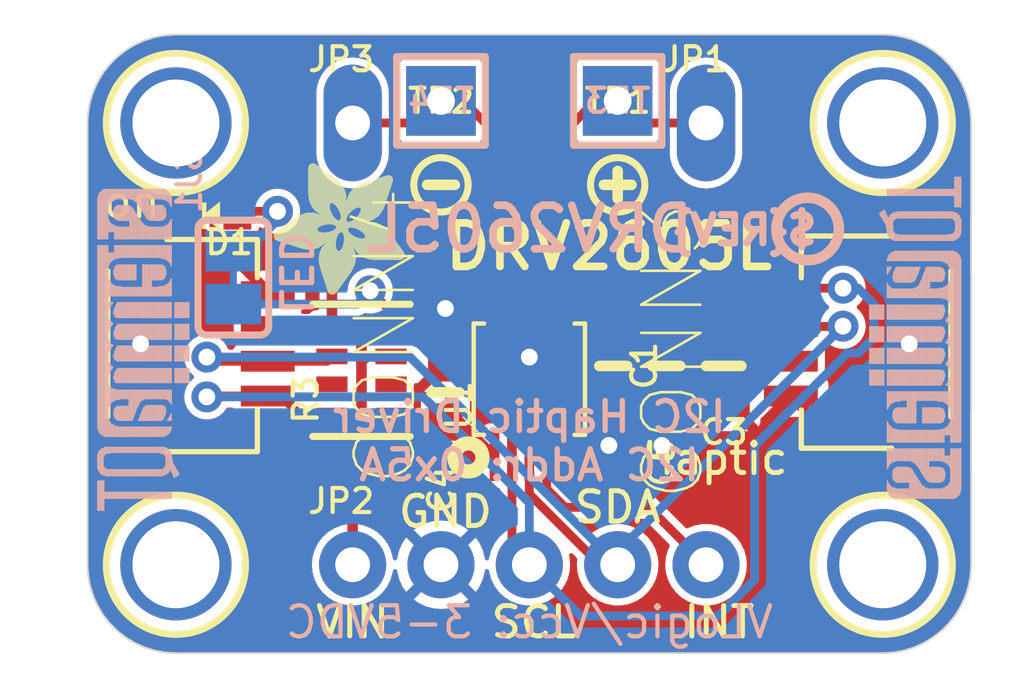
<source format=kicad_pcb>
(kicad_pcb (version 20221018) (generator pcbnew)
  (layers (0 "F.Cu" signal) (31 "B.Cu" signal) (34 "B.Paste" user) (35 "F.Paste" user) (36 "B.SilkS" user "B.Silkscreen") (37 "F.SilkS" user "F.Silkscreen") (38 "B.Mask" user) (39 "F.Mask" user) (44 "Edge.Cuts" user))
  (net 0 "")
  (net 1 "GND")
  (net 2 "SDA")
  (net 3 "SCL")
  (net 4 "VCC")
  (net 5 "N$1")
  (net 6 "OUT+")
  (net 7 "OUT-")
  (net 8 "N$5")
  (net 9 "IN/TRIG")
  (net 10 "N$2")
  (footprint "working:0603-NO" (layer "F.Cu") (at 150.9141 105.6386 -90)
    (fp_text reference "C1" (at -0.762 -0.889 90) (layer "F.SilkS") (effects (font (size 0.692831 0.692831) (thickness 0.119969)) (justify right)))
    (fp_text value "0.1uF")
    (pad "1" smd rect (at -0.85 0 270) (size 1.075 1) (layers "F.Cu" "F.Paste" "F.Mask") (net 4 "VCC"))
    (pad "2" smd rect (at 0.85 0 270) (size 1.075 1) (layers "F.Cu" "F.Paste" "F.Mask") (net 1 "GND"))
  )
  (footprint "working:0805-NO" (layer "F.Cu") (at 154.0891 105.6386 -90)
    (fp_text reference "C3" (at 1.905 -0.762) (layer "F.SilkS") (effects (font (size 0.692831 0.692831) (thickness 0.119969)) (justify right)))
    (fp_text value "10uF")
    (pad "1" smd rect (at -0.95 0 270) (size 1.24 1.5) (layers "F.Cu" "F.Paste" "F.Mask") (net 4 "VCC"))
    (pad "2" smd rect (at 0.95 0 270) (size 1.24 1.5) (layers "F.Cu" "F.Paste" "F.Mask") (net 1 "GND"))
  )
  (footprint "working:FIDUCIAL_1MM" (layer "F.Cu") (at 141.6431 108.9406)
    (fp_text reference "FID3" hide)
    (fp_text value "FIDUCIAL_1MM" hide)
    (pad "1" smd roundrect (at 0 0) (size 1 1) (layers "F.Cu" "F.Mask") (roundrect_rratio 0.5))
  )
  (footprint "working:JST_SH4" (layer "F.Cu") (at 158.5341 105.0036 90)
    (fp_text reference "CONN3" (at -4.6 -5.9 90) (layer "F.SilkS") (effects (font (size 1.703222 1.703222) (thickness 0.074778)) (justify left)))
    (fp_text value "STEMMA_I2C_QT" hide)
    (pad "1" smd rect (at -1.5 -2.514 180) (size 1.55 0.6) (layers "F.Cu" "F.Paste" "F.Mask") (net 1 "GND"))
    (pad "2" smd rect (at -0.5 -2.514 180) (size 1.55 0.6) (layers "F.Cu" "F.Paste" "F.Mask") (net 4 "VCC"))
    (pad "3" smd rect (at 0.5 -2.514 180) (size 1.55 0.6) (layers "F.Cu" "F.Paste" "F.Mask") (net 2 "SDA"))
    (pad "4" smd rect (at 1.5 -2.514 180) (size 1.55 0.6) (layers "F.Cu" "F.Paste" "F.Mask") (net 3 "SCL"))
    (pad "MT1" smd rect (at -2.8 1.386 180) (size 1.8 1.2) (layers "F.Cu" "F.Paste" "F.Mask") (net 1 "GND"))
    (pad "MT2" smd rect (at 2.8 1.386 180) (size 1.8 1.2) (layers "F.Cu" "F.Paste" "F.Mask") (net 1 "GND"))
  )
  (footprint "working:0603-NO" (layer "F.Cu") (at 152.4381 105.6386 -90)
    (fp_text reference "C5" (at 2.032 0.127 90) (layer "F.SilkS") (effects (font (size 0.692831 0.692831) (thickness 0.119969)) (justify right)))
    (fp_text value "1uF")
    (pad "1" smd rect (at -0.85 0 270) (size 1.075 1) (layers "F.Cu" "F.Paste" "F.Mask") (net 4 "VCC"))
    (pad "2" smd rect (at 0.85 0 270) (size 1.075 1) (layers "F.Cu" "F.Paste" "F.Mask") (net 1 "GND"))
  )
  (footprint "working:TESTPOINT_PAD_2MM" (layer "F.Cu") (at 151.0411 98.0186)
    (fp_text reference "TP1" (at -1.016 0) (layer "F.SilkS") (effects (font (size 0.692831 0.692831) (thickness 0.119969)) (justify left)))
    (fp_text value "")
    (pad "P$1" smd rect (at 0 0) (size 2 2) (layers "F.Cu" "F.Mask") (net 6 "OUT+"))
  )
  (footprint "working:MOUNTINGHOLE_2.5_PLATED" (layer "F.Cu") (at 138.3411 98.6536)
    (fp_text reference "U$1" hide)
    (fp_text value "MOUNTINGHOLE2.5" hide)
    (pad "P$1" thru_hole circle (at 0 0) (size 3.2 3.2) (drill 2.5) (layers "*.Cu" "*.Mask"))
    (zone (net 0) (net_name "") (layer "F.Cu") (connect_pads (clearance 0)) (min_thickness 0.25)
      (keepout (tracks not_allowed) (vias not_allowed) (pads not_allowed) (copperpour not_allowed) (footprints allowed))
      (fill (thermal_gap 0.5) (thermal_bridge_width 0.5))
      (polygon (pts (xy 140.3571 98.6536) (xy 140.33748 98.373027) (xy 140.279004 98.097915) (xy 140.182808 97.833619) (xy 140.050765 97.585283) (xy 139.885446 97.35774) (xy 139.690067 97.15542) (xy 139.468433 96.98226) (xy 139.224856 96.841631) (xy 138.964078 96.73627) (xy 138.691175 96.668228) (xy 138.411457 96.638828) (xy 138.130371 96.648644) (xy 137.853385 96.697484) (xy 137.585893 96.784397) (xy 137.3331 96.907693) (xy 137.099926 97.06497) (xy 136.890911 97.253169) (xy 136.710122 97.468625) (xy 136.561078 97.707145) (xy 136.44668 97.964087) (xy 136.369154 98.23445) (xy 136.330011 98.512971) (xy 136.330011 98.794229) (xy 136.369154 99.07275) (xy 136.44668 99.343113) (xy 136.561078 99.600055) (xy 136.710122 99.838575) (xy 136.890911 100.054031) (xy 137.099926 100.24223) (xy 137.3331 100.399507) (xy 137.585893 100.522803) (xy 137.853385 100.609716) (xy 138.130371 100.658556) (xy 138.411457 100.668372) (xy 138.691175 100.638972) (xy 138.964078 100.57093) (xy 139.224856 100.465569) (xy 139.468433 100.32494) (xy 139.690067 100.15178) (xy 139.885446 99.94946) (xy 140.050765 99.721917) (xy 140.182808 99.473581) (xy 140.279004 99.209285) (xy 140.33748 98.934173)))
      (polygon (pts (xy 138.3251 98.6536) (xy 138.329786 98.664914) (xy 138.3411 98.6696) (xy 138.352414 98.664914) (xy 138.3571 98.6536) (xy 138.352414 98.642286) (xy 138.3411 98.6376) (xy 138.329786 98.642286)))
    )
    (zone (net 0) (net_name "") (layer "B.Cu") (connect_pads (clearance 0)) (min_thickness 0.25)
      (keepout (tracks not_allowed) (vias not_allowed) (pads not_allowed) (copperpour not_allowed) (footprints allowed))
      (fill (thermal_gap 0.5) (thermal_bridge_width 0.5))
      (polygon (pts (xy 140.3571 98.6536) (xy 140.33748 98.373027) (xy 140.279004 98.097915) (xy 140.182808 97.833619) (xy 140.050765 97.585283) (xy 139.885446 97.35774) (xy 139.690067 97.15542) (xy 139.468433 96.98226) (xy 139.224856 96.841631) (xy 138.964078 96.73627) (xy 138.691175 96.668228) (xy 138.411457 96.638828) (xy 138.130371 96.648644) (xy 137.853385 96.697484) (xy 137.585893 96.784397) (xy 137.3331 96.907693) (xy 137.099926 97.06497) (xy 136.890911 97.253169) (xy 136.710122 97.468625) (xy 136.561078 97.707145) (xy 136.44668 97.964087) (xy 136.369154 98.23445) (xy 136.330011 98.512971) (xy 136.330011 98.794229) (xy 136.369154 99.07275) (xy 136.44668 99.343113) (xy 136.561078 99.600055) (xy 136.710122 99.838575) (xy 136.890911 100.054031) (xy 137.099926 100.24223) (xy 137.3331 100.399507) (xy 137.585893 100.522803) (xy 137.853385 100.609716) (xy 138.130371 100.658556) (xy 138.411457 100.668372) (xy 138.691175 100.638972) (xy 138.964078 100.57093) (xy 139.224856 100.465569) (xy 139.468433 100.32494) (xy 139.690067 100.15178) (xy 139.885446 99.94946) (xy 140.050765 99.721917) (xy 140.182808 99.473581) (xy 140.279004 99.209285) (xy 140.33748 98.934173)))
      (polygon (pts (xy 138.3251 98.6536) (xy 138.329786 98.664914) (xy 138.3411 98.6696) (xy 138.352414 98.664914) (xy 138.3571 98.6536) (xy 138.352414 98.642286) (xy 138.3411 98.6376) (xy 138.329786 98.642286)))
    )
  )
  (footprint "working:1X01_OVAL" (layer "F.Cu") (at 143.4211 98.6536)
    (fp_text reference "JP3" (at -1.3462 -1.8288) (layer "F.SilkS") (effects (font (size 0.692831 0.692831) (thickness 0.119969)) (justify left)))
    (fp_text value "")
    (pad "1" thru_hole oval (at 0 0 90) (size 3.3528 1.6764) (drill 1) (layers "*.Cu" "*.Mask") (net 7 "OUT-"))
  )
  (footprint "working:FIDUCIAL_1MM" (layer "F.Cu") (at 155.7401 99.9236)
    (fp_text reference "FID4" hide)
    (fp_text value "FIDUCIAL_1MM" hide)
    (pad "1" smd roundrect (at 0 0) (size 1 1) (layers "F.Cu" "F.Mask") (roundrect_rratio 0.5))
  )
  (footprint "working:JST_SH4" (layer "F.Cu") (at 138.4681 105.0036 -90)
    (fp_text reference "CONN4" (at -4.6 -5.9 90) (layer "F.SilkS") (effects (font (size 1.703222 1.703222) (thickness 0.074778)) (justify right)))
    (fp_text value "STEMMA_I2C_QT" hide)
    (pad "1" smd rect (at -1.5 -2.514) (size 1.55 0.6) (layers "F.Cu" "F.Paste" "F.Mask") (net 1 "GND"))
    (pad "2" smd rect (at -0.5 -2.514) (size 1.55 0.6) (layers "F.Cu" "F.Paste" "F.Mask") (net 4 "VCC"))
    (pad "3" smd rect (at 0.5 -2.514) (size 1.55 0.6) (layers "F.Cu" "F.Paste" "F.Mask") (net 2 "SDA"))
    (pad "4" smd rect (at 1.5 -2.514) (size 1.55 0.6) (layers "F.Cu" "F.Paste" "F.Mask") (net 3 "SCL"))
    (pad "MT1" smd rect (at -2.8 1.386) (size 1.8 1.2) (layers "F.Cu" "F.Paste" "F.Mask") (net 1 "GND"))
    (pad "MT2" smd rect (at 2.8 1.386) (size 1.8 1.2) (layers "F.Cu" "F.Paste" "F.Mask") (net 1 "GND"))
  )
  (footprint "working:SYMBOL_MINUS" (layer "F.Cu") (at 145.9611 100.4316)
    (fp_text reference "U$3" hide)
    (fp_text value "" hide)
  )
  (footprint "working:MOUNTINGHOLE_2.5_PLATED" (layer "F.Cu") (at 138.3411 111.3536)
    (fp_text reference "U$19" hide)
    (fp_text value "MOUNTINGHOLE2.5" hide)
    (pad "P$1" thru_hole circle (at 0 0) (size 3.2 3.2) (drill 2.5) (layers "*.Cu" "*.Mask"))
    (zone (net 0) (net_name "") (layer "F.Cu") (connect_pads (clearance 0)) (min_thickness 0.25)
      (keepout (tracks not_allowed) (vias not_allowed) (pads not_allowed) (copperpour not_allowed) (footprints allowed))
      (fill (thermal_gap 0.5) (thermal_bridge_width 0.5))
      (polygon (pts (xy 140.3571 111.3536) (xy 140.33748 111.073027) (xy 140.279004 110.797915) (xy 140.182808 110.533619) (xy 140.050765 110.285283) (xy 139.885446 110.05774) (xy 139.690067 109.85542) (xy 139.468433 109.68226) (xy 139.224856 109.541631) (xy 138.964078 109.43627) (xy 138.691175 109.368228) (xy 138.411457 109.338828) (xy 138.130371 109.348644) (xy 137.853385 109.397484) (xy 137.585893 109.484397) (xy 137.3331 109.607693) (xy 137.099926 109.76497) (xy 136.890911 109.953169) (xy 136.710122 110.168625) (xy 136.561078 110.407145) (xy 136.44668 110.664087) (xy 136.369154 110.93445) (xy 136.330011 111.212971) (xy 136.330011 111.494229) (xy 136.369154 111.77275) (xy 136.44668 112.043113) (xy 136.561078 112.300055) (xy 136.710122 112.538575) (xy 136.890911 112.754031) (xy 137.099926 112.94223) (xy 137.3331 113.099507) (xy 137.585893 113.222803) (xy 137.853385 113.309716) (xy 138.130371 113.358556) (xy 138.411457 113.368372) (xy 138.691175 113.338972) (xy 138.964078 113.27093) (xy 139.224856 113.165569) (xy 139.468433 113.02494) (xy 139.690067 112.85178) (xy 139.885446 112.64946) (xy 140.050765 112.421917) (xy 140.182808 112.173581) (xy 140.279004 111.909285) (xy 140.33748 111.634173)))
      (polygon (pts (xy 138.3251 111.3536) (xy 138.329786 111.364914) (xy 138.3411 111.3696) (xy 138.352414 111.364914) (xy 138.3571 111.3536) (xy 138.352414 111.342286) (xy 138.3411 111.3376) (xy 138.329786 111.342286)))
    )
    (zone (net 0) (net_name "") (layer "B.Cu") (connect_pads (clearance 0)) (min_thickness 0.25)
      (keepout (tracks not_allowed) (vias not_allowed) (pads not_allowed) (copperpour not_allowed) (footprints allowed))
      (fill (thermal_gap 0.5) (thermal_bridge_width 0.5))
      (polygon (pts (xy 140.3571 111.3536) (xy 140.33748 111.073027) (xy 140.279004 110.797915) (xy 140.182808 110.533619) (xy 140.050765 110.285283) (xy 139.885446 110.05774) (xy 139.690067 109.85542) (xy 139.468433 109.68226) (xy 139.224856 109.541631) (xy 138.964078 109.43627) (xy 138.691175 109.368228) (xy 138.411457 109.338828) (xy 138.130371 109.348644) (xy 137.853385 109.397484) (xy 137.585893 109.484397) (xy 137.3331 109.607693) (xy 137.099926 109.76497) (xy 136.890911 109.953169) (xy 136.710122 110.168625) (xy 136.561078 110.407145) (xy 136.44668 110.664087) (xy 136.369154 110.93445) (xy 136.330011 111.212971) (xy 136.330011 111.494229) (xy 136.369154 111.77275) (xy 136.44668 112.043113) (xy 136.561078 112.300055) (xy 136.710122 112.538575) (xy 136.890911 112.754031) (xy 137.099926 112.94223) (xy 137.3331 113.099507) (xy 137.585893 113.222803) (xy 137.853385 113.309716) (xy 138.130371 113.358556) (xy 138.411457 113.368372) (xy 138.691175 113.338972) (xy 138.964078 113.27093) (xy 139.224856 113.165569) (xy 139.468433 113.02494) (xy 139.690067 112.85178) (xy 139.885446 112.64946) (xy 140.050765 112.421917) (xy 140.182808 112.173581) (xy 140.279004 111.909285) (xy 140.33748 111.634173)))
      (polygon (pts (xy 138.3251 111.3536) (xy 138.329786 111.364914) (xy 138.3411 111.3696) (xy 138.352414 111.364914) (xy 138.3571 111.3536) (xy 138.352414 111.342286) (xy 138.3411 111.3376) (xy 138.329786 111.342286)))
    )
  )
  (footprint "working:MOUNTINGHOLE_2.5_PLATED" (layer "F.Cu") (at 158.6611 98.6536)
    (fp_text reference "U$17" hide)
    (fp_text value "MOUNTINGHOLE2.5" hide)
    (pad "P$1" thru_hole circle (at 0 0) (size 3.2 3.2) (drill 2.5) (layers "*.Cu" "*.Mask"))
    (zone (net 0) (net_name "") (layer "F.Cu") (connect_pads (clearance 0)) (min_thickness 0.25)
      (keepout (tracks not_allowed) (vias not_allowed) (pads not_allowed) (copperpour not_allowed) (footprints allowed))
      (fill (thermal_gap 0.5) (thermal_bridge_width 0.5))
      (polygon (pts (xy 160.6771 98.6536) (xy 160.65748 98.373027) (xy 160.599004 98.097915) (xy 160.502808 97.833619) (xy 160.370765 97.585283) (xy 160.205446 97.35774) (xy 160.010067 97.15542) (xy 159.788433 96.98226) (xy 159.544856 96.841631) (xy 159.284078 96.73627) (xy 159.011175 96.668228) (xy 158.731457 96.638828) (xy 158.450371 96.648644) (xy 158.173385 96.697484) (xy 157.905893 96.784397) (xy 157.6531 96.907693) (xy 157.419926 97.06497) (xy 157.210911 97.253169) (xy 157.030122 97.468625) (xy 156.881078 97.707145) (xy 156.76668 97.964087) (xy 156.689154 98.23445) (xy 156.650011 98.512971) (xy 156.650011 98.794229) (xy 156.689154 99.07275) (xy 156.76668 99.343113) (xy 156.881078 99.600055) (xy 157.030122 99.838575) (xy 157.210911 100.054031) (xy 157.419926 100.24223) (xy 157.6531 100.399507) (xy 157.905893 100.522803) (xy 158.173385 100.609716) (xy 158.450371 100.658556) (xy 158.731457 100.668372) (xy 159.011175 100.638972) (xy 159.284078 100.57093) (xy 159.544856 100.465569) (xy 159.788433 100.32494) (xy 160.010067 100.15178) (xy 160.205446 99.94946) (xy 160.370765 99.721917) (xy 160.502808 99.473581) (xy 160.599004 99.209285) (xy 160.65748 98.934173)))
      (polygon (pts (xy 158.6451 98.6536) (xy 158.649786 98.664914) (xy 158.6611 98.6696) (xy 158.672414 98.664914) (xy 158.6771 98.6536) (xy 158.672414 98.642286) (xy 158.6611 98.6376) (xy 158.649786 98.642286)))
    )
    (zone (net 0) (net_name "") (layer "B.Cu") (connect_pads (clearance 0)) (min_thickness 0.25)
      (keepout (tracks not_allowed) (vias not_allowed) (pads not_allowed) (copperpour not_allowed) (footprints allowed))
      (fill (thermal_gap 0.5) (thermal_bridge_width 0.5))
      (polygon (pts (xy 160.6771 98.6536) (xy 160.65748 98.373027) (xy 160.599004 98.097915) (xy 160.502808 97.833619) (xy 160.370765 97.585283) (xy 160.205446 97.35774) (xy 160.010067 97.15542) (xy 159.788433 96.98226) (xy 159.544856 96.841631) (xy 159.284078 96.73627) (xy 159.011175 96.668228) (xy 158.731457 96.638828) (xy 158.450371 96.648644) (xy 158.173385 96.697484) (xy 157.905893 96.784397) (xy 157.6531 96.907693) (xy 157.419926 97.06497) (xy 157.210911 97.253169) (xy 157.030122 97.468625) (xy 156.881078 97.707145) (xy 156.76668 97.964087) (xy 156.689154 98.23445) (xy 156.650011 98.512971) (xy 156.650011 98.794229) (xy 156.689154 99.07275) (xy 156.76668 99.343113) (xy 156.881078 99.600055) (xy 157.030122 99.838575) (xy 157.210911 100.054031) (xy 157.419926 100.24223) (xy 157.6531 100.399507) (xy 157.905893 100.522803) (xy 158.173385 100.609716) (xy 158.450371 100.658556) (xy 158.731457 100.668372) (xy 159.011175 100.638972) (xy 159.284078 100.57093) (xy 159.544856 100.465569) (xy 159.788433 100.32494) (xy 160.010067 100.15178) (xy 160.205446 99.94946) (xy 160.370765 99.721917) (xy 160.502808 99.473581) (xy 160.599004 99.209285) (xy 160.65748 98.934173)))
      (polygon (pts (xy 158.6451 98.6536) (xy 158.649786 98.664914) (xy 158.6611 98.6696) (xy 158.672414 98.664914) (xy 158.6771 98.6536) (xy 158.672414 98.642286) (xy 158.6611 98.6376) (xy 158.649786 98.642286)))
    )
  )
  (footprint "working:RESPACK_4X0603" (layer "F.Cu") (at 143.6751 105.7656 90)
    (fp_text reference "R3" (at -1.6 -1.6 90) (layer "F.SilkS") (effects (font (size 0.692831 0.692831) (thickness 0.119969)) (justify left)))
    (fp_text value "10K")
    (pad "1" smd rect (at -1.3 0.85 90) (size 0.45 0.9) (layers "F.Cu" "F.Paste" "F.Mask") (net 4 "VCC"))
    (pad "2" smd rect (at -0.4 0.85 90) (size 0.45 0.9) (layers "F.Cu" "F.Paste" "F.Mask"))
    (pad "3" smd rect (at 0.4 0.85 90) (size 0.45 0.9) (layers "F.Cu" "F.Paste" "F.Mask") (net 4 "VCC"))
    (pad "4" smd rect (at 1.3 0.85 90) (size 0.45 0.9) (layers "F.Cu" "F.Paste" "F.Mask") (net 5 "N$1"))
    (pad "5" smd rect (at 1.3 -0.85 90) (size 0.45 0.9) (layers "F.Cu" "F.Paste" "F.Mask") (net 4 "VCC"))
    (pad "6" smd rect (at 0.4 -0.85 90) (size 0.45 0.9) (layers "F.Cu" "F.Paste" "F.Mask") (net 2 "SDA"))
    (pad "7" smd rect (at -0.4 -0.85 90) (size 0.45 0.9) (layers "F.Cu" "F.Paste" "F.Mask"))
    (pad "8" smd rect (at -1.3 -0.85 90) (size 0.45 0.9) (layers "F.Cu" "F.Paste" "F.Mask") (net 3 "SCL"))
  )
  (footprint "working:1X01_OVAL" (layer "F.Cu") (at 153.5811 98.6536)
    (fp_text reference "JP1" (at -1.3462 -1.8288) (layer "F.SilkS") (effects (font (size 0.692831 0.692831) (thickness 0.119969)) (justify left)))
    (fp_text value "")
    (pad "1" thru_hole oval (at 0 0 90) (size 3.3528 1.6764) (drill 1) (layers "*.Cu" "*.Mask") (net 6 "OUT+"))
  )
  (footprint "working:SYMBOL_PLUS" (layer "F.Cu") (at 151.0411 100.4316)
    (fp_text reference "U$2" hide)
    (fp_text value "" hide)
  )
  (footprint "working:1X05_ROUND_76" (layer "F.Cu") (at 148.5011 111.3536)
    (fp_text reference "JP2" (at -6.4262 -1.8288) (layer "F.SilkS") (effects (font (size 0.692831 0.692831) (thickness 0.119969)) (justify left)))
    (fp_text value "")
    (pad "1" thru_hole circle (at -5.08 0 90) (size 1.9304 1.9304) (drill 1) (layers "*.Cu" "*.Mask") (net 4 "VCC"))
    (pad "2" thru_hole circle (at -2.54 0 90) (size 1.9304 1.9304) (drill 1) (layers "*.Cu" "*.Mask") (net 1 "GND"))
    (pad "3" thru_hole circle (at 0 0 90) (size 1.9304 1.9304) (drill 1) (layers "*.Cu" "*.Mask") (net 3 "SCL"))
    (pad "4" thru_hole circle (at 2.54 0 90) (size 1.9304 1.9304) (drill 1) (layers "*.Cu" "*.Mask") (net 2 "SDA"))
    (pad "5" thru_hole circle (at 5.08 0 90) (size 1.9304 1.9304) (drill 1) (layers "*.Cu" "*.Mask") (net 9 "IN/TRIG"))
  )
  (footprint "working:TESTPOINT_PAD_2MM" (layer "F.Cu") (at 145.9611 98.0186)
    (fp_text reference "TP2" (at -1.016 0) (layer "F.SilkS") (effects (font (size 0.692831 0.692831) (thickness 0.119969)) (justify left)))
    (fp_text value "")
    (pad "P$1" smd rect (at 0 0) (size 2 2) (layers "F.Cu" "F.Mask") (net 7 "OUT-"))
  )
  (footprint "working:ADAFRUIT_3.5MM" (layer "F.Cu") (at 144.9451 99.7966 180)
    (fp_text reference "U$22" hide)
    (fp_text value "" hide)
  )
  (footprint "working:PSOP10" (layer "F.Cu") (at 148.5011 106.0196)
    (fp_text reference "U1" (at -2.028 1.524 90) (layer "F.SilkS") (effects (font (size 0.692831 0.692831) (thickness 0.119969)) (justify left)))
    (fp_text value "DRV2605LDGS")
    (pad "1" smd rect (at -1 2.2 90) (size 1.45 0.28) (layers "F.Cu" "F.Paste") (net 8 "N$5"))
    (pad "2" smd rect (at -0.5 2.2 90) (size 1.45 0.28) (layers "F.Cu" "F.Paste") (net 3 "SCL"))
    (pad "3" smd rect (at 0 2.2 90) (size 1.45 0.28) (layers "F.Cu" "F.Paste") (net 2 "SDA"))
    (pad "4" smd rect (at 0.5 2.2 90) (size 1.45 0.28) (layers "F.Cu" "F.Paste") (net 9 "IN/TRIG"))
    (pad "5" smd rect (at 1 2.2 90) (size 1.45 0.28) (layers "F.Cu" "F.Paste") (net 4 "VCC"))
    (pad "6" smd rect (at 1 -2.2 270) (size 1.45 0.28) (layers "F.Cu" "F.Paste") (net 4 "VCC"))
    (pad "7" smd rect (at 0.5 -2.2 270) (size 1.45 0.28) (layers "F.Cu" "F.Paste") (net 6 "OUT+"))
    (pad "8" smd rect (at 0 -2.2 270) (size 1.45 0.28) (layers "F.Cu" "F.Paste") (net 1 "GND"))
    (pad "9" smd rect (at -0.5 -2.2 270) (size 1.45 0.28) (layers "F.Cu" "F.Paste") (net 7 "OUT-"))
    (pad "10" smd rect (at -1 -2.2 270) (size 1.45 0.28) (layers "F.Cu" "F.Paste") (net 4 "VCC"))
  )
  (footprint "working:0603-NO" (layer "F.Cu") (at 146.0881 106.4006 -90)
    (fp_text reference "C4" (at 2.032 0.127 90) (layer "F.SilkS") (effects (font (size 0.692831 0.692831) (thickness 0.119969)) (justify right)))
    (fp_text value "1uF")
    (pad "1" smd rect (at -0.85 0 270) (size 1.075 1) (layers "F.Cu" "F.Paste" "F.Mask") (net 1 "GND"))
    (pad "2" smd rect (at 0.85 0 270) (size 1.075 1) (layers "F.Cu" "F.Paste" "F.Mask") (net 8 "N$5"))
  )
  (footprint "working:CHIPLED_0603_NOOUTLINE" (layer "F.Cu") (at 139.3571 101.3206 90)
    (fp_text reference "D1" (at -0.762 1.27) (layer "F.SilkS") (effects (font (size 0.692831 0.692831) (thickness 0.119969)) (justify right)))
    (fp_text value "GREEN")
    (pad "A" smd rect (at 0 0.75 90) (size 0.8 0.8) (layers "F.Cu" "F.Paste" "F.Mask") (net 10 "N$2"))
    (pad "C" smd rect (at 0 -0.75 90) (size 0.8 0.8) (layers "F.Cu" "F.Paste" "F.Mask") (net 1 "GND"))
  )
  (footprint "working:MOUNTINGHOLE_2.5_PLATED" (layer "F.Cu") (at 158.6611 111.3536)
    (fp_text reference "U$21" hide)
    (fp_text value "MOUNTINGHOLE2.5" hide)
    (pad "P$1" thru_hole circle (at 0 0) (size 3.2 3.2) (drill 2.5) (layers "*.Cu" "*.Mask"))
    (zone (net 0) (net_name "") (layer "F.Cu") (connect_pads (clearance 0)) (min_thickness 0.25)
      (keepout (tracks not_allowed) (vias not_allowed) (pads not_allowed) (copperpour not_allowed) (footprints allowed))
      (fill (thermal_gap 0.5) (thermal_bridge_width 0.5))
      (polygon (pts (xy 160.6771 111.3536) (xy 160.65748 111.073027) (xy 160.599004 110.797915) (xy 160.502808 110.533619) (xy 160.370765 110.285283) (xy 160.205446 110.05774) (xy 160.010067 109.85542) (xy 159.788433 109.68226) (xy 159.544856 109.541631) (xy 159.284078 109.43627) (xy 159.011175 109.368228) (xy 158.731457 109.338828) (xy 158.450371 109.348644) (xy 158.173385 109.397484) (xy 157.905893 109.484397) (xy 157.6531 109.607693) (xy 157.419926 109.76497) (xy 157.210911 109.953169) (xy 157.030122 110.168625) (xy 156.881078 110.407145) (xy 156.76668 110.664087) (xy 156.689154 110.93445) (xy 156.650011 111.212971) (xy 156.650011 111.494229) (xy 156.689154 111.77275) (xy 156.76668 112.043113) (xy 156.881078 112.300055) (xy 157.030122 112.538575) (xy 157.210911 112.754031) (xy 157.419926 112.94223) (xy 157.6531 113.099507) (xy 157.905893 113.222803) (xy 158.173385 113.309716) (xy 158.450371 113.358556) (xy 158.731457 113.368372) (xy 159.011175 113.338972) (xy 159.284078 113.27093) (xy 159.544856 113.165569) (xy 159.788433 113.02494) (xy 160.010067 112.85178) (xy 160.205446 112.64946) (xy 160.370765 112.421917) (xy 160.502808 112.173581) (xy 160.599004 111.909285) (xy 160.65748 111.634173)))
      (polygon (pts (xy 158.6451 111.3536) (xy 158.649786 111.364914) (xy 158.6611 111.3696) (xy 158.672414 111.364914) (xy 158.6771 111.3536) (xy 158.672414 111.342286) (xy 158.6611 111.3376) (xy 158.649786 111.342286)))
    )
    (zone (net 0) (net_name "") (layer "B.Cu") (connect_pads (clearance 0)) (min_thickness 0.25)
      (keepout (tracks not_allowed) (vias not_allowed) (pads not_allowed) (copperpour not_allowed) (footprints allowed))
      (fill (thermal_gap 0.5) (thermal_bridge_width 0.5))
      (polygon (pts (xy 160.6771 111.3536) (xy 160.65748 111.073027) (xy 160.599004 110.797915) (xy 160.502808 110.533619) (xy 160.370765 110.285283) (xy 160.205446 110.05774) (xy 160.010067 109.85542) (xy 159.788433 109.68226) (xy 159.544856 109.541631) (xy 159.284078 109.43627) (xy 159.011175 109.368228) (xy 158.731457 109.338828) (xy 158.450371 109.348644) (xy 158.173385 109.397484) (xy 157.905893 109.484397) (xy 157.6531 109.607693) (xy 157.419926 109.76497) (xy 157.210911 109.953169) (xy 157.030122 110.168625) (xy 156.881078 110.407145) (xy 156.76668 110.664087) (xy 156.689154 110.93445) (xy 156.650011 111.212971) (xy 156.650011 111.494229) (xy 156.689154 111.77275) (xy 156.76668 112.043113) (xy 156.881078 112.300055) (xy 157.030122 112.538575) (xy 157.210911 112.754031) (xy 157.419926 112.94223) (xy 157.6531 113.099507) (xy 157.905893 113.222803) (xy 158.173385 113.309716) (xy 158.450371 113.358556) (xy 158.731457 113.368372) (xy 159.011175 113.338972) (xy 159.284078 113.27093) (xy 159.544856 113.165569) (xy 159.788433 113.02494) (xy 160.010067 112.85178) (xy 160.205446 112.64946) (xy 160.370765 112.421917) (xy 160.502808 112.173581) (xy 160.599004 111.909285) (xy 160.65748 111.634173)))
      (polygon (pts (xy 158.6451 111.3536) (xy 158.649786 111.364914) (xy 158.6611 111.3696) (xy 158.672414 111.364914) (xy 158.6771 111.3536) (xy 158.672414 111.342286) (xy 158.6611 111.3376) (xy 158.649786 111.342286)))
    )
  )
  (footprint "working:STEMMAQT" (layer "B.Cu") (at 138.7221 100.5586 -90)
    (fp_text reference "U$31" hide)
    (fp_text value "" hide)
  )
  (footprint "working:SOLDERJUMPER_CLOSEDWIRE" (layer "B.Cu") (at 139.9921 103.0986 -90)
    (fp_text reference "SJ1" (at -1.778 1.27 -270) (layer "B.SilkS") (effects (font (size 0.692831 0.692831) (thickness 0.119969)) (justify right mirror)))
    (fp_text value "")
    (pad "1" smd rect (at -0.762 0 270) (size 1.1684 1.6002) (layers "B.Cu") (net 10 "N$2"))
    (pad "2" smd rect (at 0.762 0 270) (size 1.1684 1.6002) (layers "B.Cu") (net 5 "N$1"))
    (pad "WIRE" smd rect (at 0 0 90) (size 0.635 0.2032) (layers "B.Cu"))
  )
  (footprint "working:TESTPOINT_PAD_2MM" (layer "B.Cu") (at 151.0411 98.0186 180)
    (fp_text reference "TP3" (at -1.016 0) (layer "B.SilkS") (effects (font (size 0.692831 0.692831) (thickness 0.119969)) (justify left mirror)))
    (fp_text value "")
    (pad "P$1" smd rect (at 0 0 180) (size 2 2) (layers "B.Cu" "B.Mask") (net 6 "OUT+"))
  )
  (footprint "working:PCBFEAT-REV-040" (layer "B.Cu") (at 156.5021 101.7016 180)
    (fp_text reference "U$25" hide)
    (fp_text value "" hide)
    (fp_text user "${REV}" (at -0.3556 -0.508) (layer "B.SilkS") (effects (font (size 0.8128 0.8128) (thickness 0.2032)) (justify left bottom mirror)))
  )
  (footprint "working:STEMMAQT" (layer "B.Cu") (at 158.2801 109.4486 90)
    (fp_text reference "U$30" hide)
    (fp_text value "" hide)
  )
  (footprint "working:TESTPOINT_PAD_2MM" (layer "B.Cu") (at 145.9611 98.0186 180)
    (fp_text reference "TP4" (at -1.016 0) (layer "B.SilkS") (effects (font (size 0.692831 0.692831) (thickness 0.119969)) (justify left mirror)))
    (fp_text value "")
    (pad "P$1" smd rect (at 0 0 180) (size 2 2) (layers "B.Cu" "B.Mask") (net 7 "OUT-"))
  )
  (gr_line (start 138.3411 113.8936) (end 158.6611 113.8936) (stroke (width 0.05)) (layer "Edge.Cuts"))
  (gr_line (start 158.6611 96.1136) (end 138.3411 96.1136) (stroke (width 0.05)) (layer "Edge.Cuts"))
  (gr_arc (start 161.2011 111.3536) (mid 160.457151 113.149651) (end 158.6611 113.8936) (stroke (width 0.05)) (layer "Edge.Cuts"))
  (gr_arc (start 138.3411 113.8936) (mid 136.545049 113.149651) (end 135.8011 111.3536) (stroke (width 0.05)) (layer "Edge.Cuts"))
  (gr_arc (start 135.8011 98.6536) (mid 136.545049 96.857549) (end 138.3411 96.1136) (stroke (width 0.05)) (layer "Edge.Cuts"))
  (gr_arc (start 158.6611 96.1136) (mid 160.457151 96.857549) (end 161.2011 98.6536) (stroke (width 0.05)) (layer "Edge.Cuts"))
  (gr_line (start 135.8011 98.6536) (end 135.8011 111.3536) (stroke (width 0.05)) (layer "Edge.Cuts"))
  (gr_line (start 161.2011 111.3536) (end 161.2011 98.6536) (stroke (width 0.05)) (layer "Edge.Cuts"))
  (gr_text "LED" (at 141.7701 102.9716 -90) (layer "B.SilkS") (effects (font (size 0.8636 0.8636) (thickness 0.1524)) (justify mirror)))
  (gr_text "DRV2605L" (at 148.5011 101.7016) (layer "B.SilkS") (effects (font (size 1.25222 1.25222) (thickness 0.22098)) (justify mirror)))
  (gr_text "VLogic/Vcc: 3-5VDC" (at 148.5011 113.0046) (layer "B.SilkS") (effects (font (size 0.89408 0.89408) (thickness 0.12192)) (justify mirror)))
  (gr_text "I2C Haptic Driver\nI2C Addr: 0x5A" (at 148.5011 107.7976) (layer "B.SilkS") (effects (font (size 0.8636 0.8636) (thickness 0.1524)) (justify mirror)))
  (gr_text "GND" (at 146.0881 109.8296) (layer "F.SilkS") (effects (font (size 0.87376 0.87376) (thickness 0.14224))))
  (gr_text "Haptic" (at 153.8351 108.3056) (layer "F.SilkS") (effects (font (size 0.87376 0.87376) (thickness 0.14224))))
  (gr_text "SDA" (at 151.0411 109.7026) (layer "F.SilkS") (effects (font (size 0.87376 0.87376) (thickness 0.14224))))
  (gr_text "INT" (at 153.9621 113.0046) (layer "F.SilkS") (effects (font (size 0.87376 0.87376) (thickness 0.14224))))
  (gr_text "DRV2605L" (at 150.7871 102.2096) (layer "F.SilkS") (effects (font (size 1.25222 1.25222) (thickness 0.22098))))
  (gr_text "SCL" (at 148.6281 113.0046) (layer "F.SilkS") (effects (font (size 0.87376 0.87376) (thickness 0.14224))))
  (gr_text "on" (at 136.1821 101.4476) (layer "F.SilkS") (effects (font (size 0.89408 0.89408) (thickness 0.12192)) (justify left bottom)))
  (gr_text "VIN" (at 143.4211 113.0046) (layer "F.SilkS") (effects (font (size 0.87376 0.87376) (thickness 0.14224))))
  (segment (start 148.5011 103.8196) (end 148.5011 105.3846) (width 0.3048) (layer "F.Cu") (net 1))
  (via (at 137.3251 105.0036) (size 0.889) (drill 0.4826) (layers "F.Cu" "B.Cu") (net 1))
  (via (at 150.7871 107.9246) (size 0.889) (drill 0.4826) (layers "F.Cu" "B.Cu") (net 1))
  (via (at 146.0881 103.9876) (size 0.889) (drill 0.4826) (layers "F.Cu" "B.Cu") (net 1))
  (via (at 152.3111 107.9246) (size 0.889) (drill 0.4826) (layers "F.Cu" "B.Cu") (net 1))
  (via (at 148.5011 105.3846) (size 0.889) (drill 0.4826) (layers "F.Cu" "B.Cu") (net 1))
  (via (at 159.4231 105.0036) (size 0.889) (drill 0.4826) (layers "F.Cu" "B.Cu") (net 1))
  (segment (start 140.9821 105.5036) (end 139.3491 105.5036) (width 0.254) (layer "F.Cu") (net 2))
  (segment (start 157.5181 104.4956) (end 157.5101 104.5036) (width 0.254) (layer "F.Cu") (net 2))
  (segment (start 139.3491 105.5036) (end 139.2301 105.3846) (width 0.254) (layer "F.Cu") (net 2))
  (segment (start 142.6871 105.5036) (end 142.8251 105.3656) (width 0.254) (layer "F.Cu") (net 2))
  (segment (start 148.5011 109.3216) (end 150.5331 111.3536) (width 0.254) (layer "F.Cu") (net 2))
  (segment (start 140.9821 105.5036) (end 142.6871 105.5036) (width 0.254) (layer "F.Cu") (net 2))
  (segment (start 148.5011 108.2196) (end 148.5011 109.3216) (width 0.254) (layer "F.Cu") (net 2))
  (segment (start 157.5101 104.5036) (end 156.0201 104.5036) (width 0.254) (layer "F.Cu") (net 2))
  (segment (start 150.5331 111.3536) (end 151.0411 111.3536) (width 0.254) (layer "F.Cu") (net 2))
  (via (at 139.2301 105.3846) (size 0.889) (drill 0.4826) (layers "F.Cu" "B.Cu") (net 2))
  (via (at 157.5181 104.4956) (size 0.889) (drill 0.4826) (layers "F.Cu" "B.Cu") (net 2))
  (segment (start 151.0411 110.9726) (end 157.5181 104.4956) (width 0.254) (layer "B.Cu") (net 2))
  (segment (start 139.2301 105.3846) (end 145.0721 105.3846) (width 0.254) (layer "B.Cu") (net 2))
  (segment (start 151.0411 111.3536) (end 151.0411 110.9726) (width 0.254) (layer "B.Cu") (net 2))
  (segment (start 145.0721 105.3846) (end 151.0411 111.3536) (width 0.254) (layer "B.Cu") (net 2))
  (segment (start 140.9821 106.5036) (end 141.3651 106.5036) (width 0.254) (layer "F.Cu") (net 3))
  (segment (start 141.3651 106.5036) (end 141.9271 107.0656) (width 0.254) (layer "F.Cu") (net 3))
  (segment (start 148.0011 108.2196) (end 148.0011 110.8536) (width 0.254) (layer "F.Cu") (net 3))
  (segment (start 148.0011 110.8536) (end 148.5011 111.3536) (width 0.254) (layer "F.Cu") (net 3))
  (segment (start 141.9271 107.0656) (end 142.8251 107.0656) (width 0.254) (layer "F.Cu") (net 3))
  (segment (start 156.0201 103.5036) (end 156.1203 103.4034) (width 0.254) (layer "F.Cu") (net 3))
  (segment (start 139.2541 106.5036) (end 139.2301 106.5276) (width 0.254) (layer "F.Cu") (net 3))
  (segment (start 156.1203 103.4034) (end 157.5181 103.4034) (width 0.254) (layer "F.Cu") (net 3))
  (segment (start 140.9821 106.5036) (end 139.2541 106.5036) (width 0.254) (layer "F.Cu") (net 3))
  (via (at 139.2301 106.5276) (size 0.889) (drill 0.4826) (layers "F.Cu" "B.Cu") (net 3))
  (via (at 157.5181 103.4034) (size 0.889) (drill 0.4826) (layers "F.Cu" "B.Cu") (net 3))
  (segment (start 158.4071 103.8606) (end 158.4071 104.829194) (width 0.254) (layer "B.Cu") (net 3))
  (segment (start 157.5181 103.4034) (end 157.9499 103.4034) (width 0.254) (layer "B.Cu") (net 3))
  (segment (start 154.9781 111.788575) (end 154.9781 107.936182) (width 0.254) (layer "B.Cu") (net 3))
  (segment (start 157.643981 105.2703) (end 157.965993 105.2703) (width 0.254) (layer "B.Cu") (net 3))
  (segment (start 158.4071 104.829194) (end 157.965993 105.2703) (width 0.254) (layer "B.Cu") (net 3))
  (segment (start 145.4531 106.5276) (end 148.5011 109.5756) (width 0.254) (layer "B.Cu") (net 3))
  (segment (start 148.5011 109.5756) (end 148.5011 111.3536) (width 0.254) (layer "B.Cu") (net 3))
  (segment (start 139.2301 106.5276) (end 145.4531 106.5276) (width 0.254) (layer "B.Cu") (net 3))
  (segment (start 154.9781 107.936182) (end 157.643981 105.2703) (width 0.254) (layer "B.Cu") (net 3))
  (segment (start 153.939875 112.8268) (end 154.9781 111.788575) (width 0.254) (layer "B.Cu") (net 3))
  (segment (start 157.9499 103.4034) (end 158.4071 103.8606) (width 0.254) (layer "B.Cu") (net 3))
  (segment (start 149.9743 112.8268) (end 153.939875 112.8268) (width 0.254) (layer "B.Cu") (net 3))
  (segment (start 148.5011 111.3536) (end 149.9743 112.8268) (width 0.254) (layer "B.Cu") (net 3))
  (segment (start 146.8501 102.5906) (end 147.5011 103.2416) (width 0.3048) (layer "F.Cu") (net 4))
  (segment (start 142.8251 103.1866) (end 143.4211 102.5906) (width 0.3048) (layer "F.Cu") (net 4))
  (segment (start 143.7051 107.0656) (end 143.6751 107.0356) (width 0.3048) (layer "F.Cu") (net 4))
  (segment (start 150.9141 104.7886) (end 150.4701 104.7886) (width 0.3048) (layer "F.Cu") (net 4))
  (segment (start 147.6121 106.2736) (end 149.5011 106.2736) (width 0.3048) (layer "F.Cu") (net 4))
  (segment (start 154.2821 104.6886) (end 155.1051 105.5116) (width 0.3048) (layer "F.Cu") (net 4))
  (segment (start 152.4381 104.7886) (end 153.9891 104.7886) (width 0.3048) (layer "F.Cu") (net 4))
  (segment (start 156.0121 105.5116) (end 156.0201 105.5036) (width 0.3048) (layer "F.Cu") (net 4))
  (segment (start 142.8251 104.4656) (end 143.5181 104.4656) (width 0.3048) (layer "F.Cu") (net 4))
  (segment (start 147.5011 106.1626) (end 147.6121 106.2736) (width 0.3048) (layer "F.Cu") (net 4))
  (segment (start 147.5011 103.2416) (end 147.5011 103.8196) (width 0.3048) (layer "F.Cu") (net 4))
  (segment (start 144.4371 108.0516) (end 144.4371 107.0656) (width 0.3048) (layer "F.Cu") (net 4))
  (segment (start 144.4371 107.0656) (end 143.7051 107.0656) (width 0.3048) (layer "F.Cu") (net 4))
  (segment (start 154.0891 104.6886) (end 154.2821 104.6886) (width 0.3048) (layer "F.Cu") (net 4))
  (segment (start 150.9141 104.7886) (end 152.4381 104.7886) (width 0.3048) (layer "F.Cu") (net 4))
  (segment (start 143.4211 109.0676) (end 144.4371 108.0516) (width 0.3048) (layer "F.Cu") (net 4))
  (segment (start 149.5011 104.1306) (end 149.6566 103.9751) (width 0.3048) (layer "F.Cu") (net 4))
  (segment (start 153.9891 104.7886) (end 154.0891 104.6886) (width 0.3048) (layer "F.Cu") (net 4))
  (segment (start 149.5011 108.2196) (end 149.5011 106.2736) (width 0.3048) (layer "F.Cu") (net 4))
  (segment (start 143.8211 105.3656) (end 144.5251 105.3656) (width 0.3048) (layer "F.Cu") (net 4))
  (segment (start 143.6751 104.6226) (end 143.6751 105.5116) (width 0.3048) (layer "F.Cu") (net 4))
  (segment (start 143.5181 104.4656) (end 143.6751 104.6226) (width 0.3048) (layer "F.Cu") (net 4))
  (segment (start 149.5011 106.2736) (end 149.5011 104.1306) (width 0.3048) (layer "F.Cu") (net 4))
  (segment (start 140.9821 104.5036) (end 142.7871 104.5036) (width 0.3048) (layer "F.Cu") (net 4))
  (segment (start 143.4211 102.5906) (end 146.8501 102.5906) (width 0.3048) (layer "F.Cu") (net 4))
  (segment (start 155.1051 105.5116) (end 156.0121 105.5116) (width 0.3048) (layer "F.Cu") (net 4))
  (segment (start 143.4211 111.3536) (end 143.4211 109.0676) (width 0.3048) (layer "F.Cu") (net 4))
  (segment (start 142.7871 104.5036) (end 142.8251 104.4656) (width 0.3048) (layer "F.Cu") (net 4))
  (segment (start 149.6566 103.9751) (end 149.5011 103.8196) (width 0.3048) (layer "F.Cu") (net 4))
  (segment (start 150.4701 104.7886) (end 149.6566 103.9751) (width 0.3048) (layer "F.Cu") (net 4))
  (segment (start 147.5011 103.8196) (end 147.5011 106.1626) (width 0.3048) (layer "F.Cu") (net 4))
  (segment (start 143.6751 105.5116) (end 143.8211 105.3656) (width 0.3048) (layer "F.Cu") (net 4))
  (segment (start 143.6751 107.0356) (end 143.6751 105.5116) (width 0.3048) (layer "F.Cu") (net 4))
  (segment (start 144.5251 107.0656) (end 144.4371 107.0656) (width 0.3048) (layer "F.Cu") (net 4))
  (segment (start 142.8251 104.4656) (end 142.8251 103.1866) (width 0.3048) (layer "F.Cu") (net 4))
  (segment (start 144.5251 104.0756) (end 143.9291 103.4796) (width 0.254) (layer "F.Cu") (net 5))
  (segment (start 144.5251 104.4656) (end 144.5251 104.0756) (width 0.254) (layer "F.Cu") (net 5))
  (via (at 143.9291 103.4796) (size 0.889) (drill 0.4826) (layers "F.Cu" "B.Cu") (net 5))
  (segment (start 143.5481 103.8606) (end 139.9921 103.8606) (width 0.254) (layer "B.Cu") (net 5))
  (segment (start 143.9291 103.4796) (end 143.5481 103.8606) (width 0.254) (layer "B.Cu") (net 5))
  (segment (start 153.5811 98.6536) (end 151.6761 98.6536) (width 0.254) (layer "F.Cu") (net 6))
  (segment (start 149.0011 99.4236) (end 150.4061 98.0186) (width 0.254) (layer "F.Cu") (net 6))
  (segment (start 151.6761 98.6536) (end 151.0411 98.0186) (width 0.254) (layer "F.Cu") (net 6))
  (segment (start 150.4061 98.0186) (end 151.0411 98.0186) (width 0.254) (layer "F.Cu") (net 6))
  (segment (start 149.0011 103.8196) (end 149.0011 99.4236) (width 0.254) (layer "F.Cu") (net 6))
  (via (at 151.0411 98.0186) (size 1.2064) (drill 0.8) (layers "F.Cu" "B.Cu") (net 6))
  (segment (start 148.0011 103.8196) (end 148.0011 99.4236) (width 0.254) (layer "F.Cu") (net 7))
  (segment (start 146.5961 98.0186) (end 145.9611 98.0186) (width 0.254) (layer "F.Cu") (net 7))
  (segment (start 145.3261 98.6536) (end 145.9611 98.0186) (width 0.254) (layer "F.Cu") (net 7))
  (segment (start 143.4211 98.6536) (end 145.3261 98.6536) (width 0.254) (layer "F.Cu") (net 7))
  (segment (start 148.0011 99.4236) (end 146.5961 98.0186) (width 0.254) (layer "F.Cu") (net 7))
  (via (at 145.9611 98.0186) (size 1.2064) (drill 0.8) (layers "F.Cu" "B.Cu") (net 7))
  (segment (start 147.5011 108.2196) (end 146.5321 107.2506) (width 0.254) (layer "F.Cu") (net 8))
  (segment (start 146.5321 107.2506) (end 146.0881 107.2506) (width 0.254) (layer "F.Cu") (net 8))
  (segment (start 149.0011 109.175019) (end 149.528681 109.7026) (width 0.254) (layer "F.Cu") (net 9))
  (segment (start 149.0011 108.2196) (end 149.0011 109.175019) (width 0.254) (layer "F.Cu") (net 9))
  (segment (start 149.528681 109.7026) (end 151.9301 109.7026) (width 0.254) (layer "F.Cu") (net 9))
  (segment (start 151.9301 109.7026) (end 153.5811 111.3536) (width 0.254) (layer "F.Cu") (net 9))
  (segment (start 140.1071 101.3206) (end 140.2341 101.1936) (width 0.254) (layer "F.Cu") (net 10))
  (segment (start 140.2341 101.1936) (end 141.2621 101.1936) (width 0.254) (layer "F.Cu") (net 10))
  (via (at 141.2621 101.1936) (size 0.889) (drill 0.4826) (layers "F.Cu" "B.Cu") (net 10))
  (segment (start 141.2621 101.4476) (end 140.3731 102.3366) (width 0.254) (layer "B.Cu") (net 10))
  (segment (start 140.3731 102.3366) (end 139.9921 102.3366) (width 0.254) (layer "B.Cu") (net 10))
  (segment (start 141.2621 101.1936) (end 141.2621 101.4476) (width 0.254) (layer "B.Cu") (net 10))
  (zone (net 1) (net_name "GND") (layer "F.Cu") (priority 6) (connect_pads (clearance 0.000001)) (min_thickness 0.127) (fill yes (thermal_gap 0.304) (thermal_bridge_width 0.304))
    (polygon (pts (xy 161.3281 114.0206) (xy 135.6741 114.0206) (xy 135.6741 95.9866) (xy 161.3281 95.9866)))
  )
  (zone (net 1) (net_name "GND") (layer "B.Cu") (priority 6) (connect_pads (clearance 0.000001)) (min_thickness 0.127) (fill yes (thermal_gap 0.304) (thermal_bridge_width 0.304))
    (polygon (pts (xy 161.3281 114.0206) (xy 135.6741 114.0206) (xy 135.6741 95.9866) (xy 161.3281 95.9866)))
  )
)
</source>
